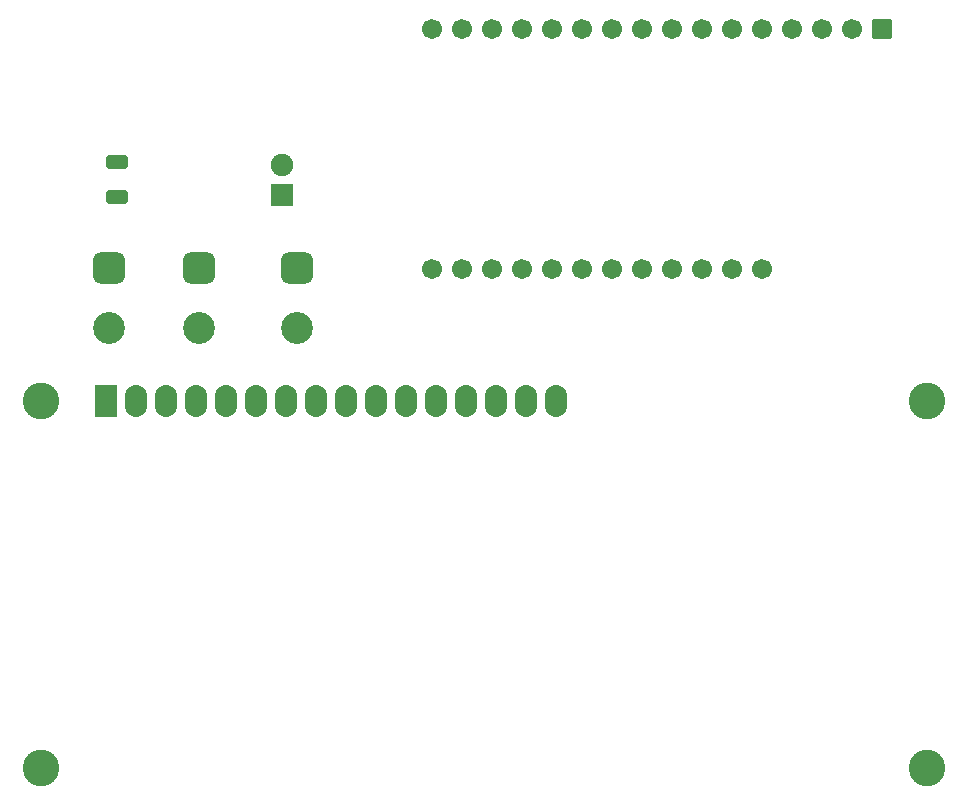
<source format=gbr>
%TF.GenerationSoftware,KiCad,Pcbnew,(6.0.5)*%
%TF.CreationDate,2022-11-16T22:17:36-08:00*%
%TF.ProjectId,ECE411,45434534-3131-42e6-9b69-6361645f7063,rev?*%
%TF.SameCoordinates,Original*%
%TF.FileFunction,Soldermask,Bot*%
%TF.FilePolarity,Negative*%
%FSLAX46Y46*%
G04 Gerber Fmt 4.6, Leading zero omitted, Abs format (unit mm)*
G04 Created by KiCad (PCBNEW (6.0.5)) date 2022-11-16 22:17:36*
%MOMM*%
%LPD*%
G01*
G04 APERTURE LIST*
G04 Aperture macros list*
%AMRoundRect*
0 Rectangle with rounded corners*
0 $1 Rounding radius*
0 $2 $3 $4 $5 $6 $7 $8 $9 X,Y pos of 4 corners*
0 Add a 4 corners polygon primitive as box body*
4,1,4,$2,$3,$4,$5,$6,$7,$8,$9,$2,$3,0*
0 Add four circle primitives for the rounded corners*
1,1,$1+$1,$2,$3*
1,1,$1+$1,$4,$5*
1,1,$1+$1,$6,$7*
1,1,$1+$1,$8,$9*
0 Add four rect primitives between the rounded corners*
20,1,$1+$1,$2,$3,$4,$5,0*
20,1,$1+$1,$4,$5,$6,$7,0*
20,1,$1+$1,$6,$7,$8,$9,0*
20,1,$1+$1,$8,$9,$2,$3,0*%
G04 Aperture macros list end*
%ADD10RoundRect,0.300800X0.625000X-0.312500X0.625000X0.312500X-0.625000X0.312500X-0.625000X-0.312500X0*%
%ADD11RoundRect,0.050800X0.900000X-0.900000X0.900000X0.900000X-0.900000X0.900000X-0.900000X-0.900000X0*%
%ADD12C,1.901600*%
%ADD13RoundRect,0.700800X-0.650000X0.650000X-0.650000X-0.650000X0.650000X-0.650000X0.650000X0.650000X0*%
%ADD14C,2.701600*%
%ADD15C,3.101600*%
%ADD16RoundRect,0.050800X-0.900000X-1.300000X0.900000X-1.300000X0.900000X1.300000X-0.900000X1.300000X0*%
%ADD17O,1.901600X2.701600*%
%ADD18RoundRect,0.050800X0.800000X-0.800000X0.800000X0.800000X-0.800000X0.800000X-0.800000X-0.800000X0*%
%ADD19C,1.701600*%
G04 APERTURE END LIST*
D10*
%TO.C,R5*%
X116840000Y-78297500D03*
X116840000Y-75372500D03*
%TD*%
D11*
%TO.C,D1*%
X130810000Y-78110000D03*
D12*
X130810000Y-75570000D03*
%TD*%
D13*
%TO.C,J2-ToMoistSense1*%
X123795480Y-84292020D03*
D14*
X123795480Y-89372020D03*
%TD*%
D13*
%TO.C,Batt1*%
X116175480Y-84292020D03*
D14*
X116175480Y-89372020D03*
%TD*%
D15*
%TO.C,DS1*%
X185425480Y-95604520D03*
X110426380Y-95604520D03*
X110426380Y-126605220D03*
X185424960Y-126605220D03*
D16*
X115925480Y-95604520D03*
D17*
X118465480Y-95604520D03*
X121005480Y-95604520D03*
X123545480Y-95604520D03*
X126085480Y-95604520D03*
X128625480Y-95604520D03*
X131165480Y-95604520D03*
X133705480Y-95604520D03*
X136245480Y-95604520D03*
X138785480Y-95604520D03*
X141325480Y-95604520D03*
X143865480Y-95604520D03*
X146405480Y-95604520D03*
X148945480Y-95604520D03*
X151485480Y-95604520D03*
X154025480Y-95604520D03*
%TD*%
D18*
%TO.C,A1*%
X181580480Y-64079520D03*
D19*
X179040480Y-64079520D03*
X176500480Y-64079520D03*
X173960480Y-64079520D03*
X171420480Y-64079520D03*
X168880480Y-64079520D03*
X166340480Y-64079520D03*
X163800480Y-64079520D03*
X161260480Y-64079520D03*
X158720480Y-64079520D03*
X156180480Y-64079520D03*
X153640480Y-64079520D03*
X151100480Y-64079520D03*
X148560480Y-64079520D03*
X146020480Y-64079520D03*
X143480480Y-64079520D03*
X143480480Y-84399520D03*
X146020480Y-84399520D03*
X148560480Y-84399520D03*
X151100480Y-84399520D03*
X153640480Y-84399520D03*
X156180480Y-84399520D03*
X158720480Y-84399520D03*
X161260480Y-84399520D03*
X163800480Y-84399520D03*
X166340480Y-84399520D03*
X168880480Y-84399520D03*
X171420480Y-84399520D03*
%TD*%
D13*
%TO.C,J1-ToPump1*%
X132050480Y-84292020D03*
D14*
X132050480Y-89372020D03*
%TD*%
M02*

</source>
